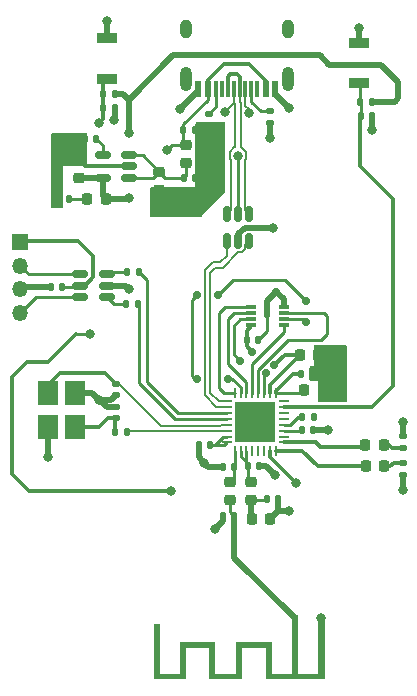
<source format=gbr>
%TF.GenerationSoftware,KiCad,Pcbnew,(6.0.7-1)-1*%
%TF.CreationDate,2023-05-14T20:29:57-05:00*%
%TF.ProjectId,ESP32-C3,45535033-322d-4433-932e-6b696361645f,1.0*%
%TF.SameCoordinates,Original*%
%TF.FileFunction,Copper,L1,Top*%
%TF.FilePolarity,Positive*%
%FSLAX46Y46*%
G04 Gerber Fmt 4.6, Leading zero omitted, Abs format (unit mm)*
G04 Created by KiCad (PCBNEW (6.0.7-1)-1) date 2023-05-14 20:29:57*
%MOMM*%
%LPD*%
G01*
G04 APERTURE LIST*
G04 Aperture macros list*
%AMRoundRect*
0 Rectangle with rounded corners*
0 $1 Rounding radius*
0 $2 $3 $4 $5 $6 $7 $8 $9 X,Y pos of 4 corners*
0 Add a 4 corners polygon primitive as box body*
4,1,4,$2,$3,$4,$5,$6,$7,$8,$9,$2,$3,0*
0 Add four circle primitives for the rounded corners*
1,1,$1+$1,$2,$3*
1,1,$1+$1,$4,$5*
1,1,$1+$1,$6,$7*
1,1,$1+$1,$8,$9*
0 Add four rect primitives between the rounded corners*
20,1,$1+$1,$2,$3,$4,$5,0*
20,1,$1+$1,$4,$5,$6,$7,0*
20,1,$1+$1,$6,$7,$8,$9,0*
20,1,$1+$1,$8,$9,$2,$3,0*%
G04 Aperture macros list end*
%TA.AperFunction,SMDPad,CuDef*%
%ADD10R,0.630000X0.500000*%
%TD*%
%TA.AperFunction,ConnectorPad*%
%ADD11R,0.500000X0.500000*%
%TD*%
%TA.AperFunction,SMDPad,CuDef*%
%ADD12RoundRect,0.140000X0.140000X0.170000X-0.140000X0.170000X-0.140000X-0.170000X0.140000X-0.170000X0*%
%TD*%
%TA.AperFunction,SMDPad,CuDef*%
%ADD13RoundRect,0.135000X0.135000X0.185000X-0.135000X0.185000X-0.135000X-0.185000X0.135000X-0.185000X0*%
%TD*%
%TA.AperFunction,SMDPad,CuDef*%
%ADD14RoundRect,0.135000X-0.135000X-0.185000X0.135000X-0.185000X0.135000X0.185000X-0.135000X0.185000X0*%
%TD*%
%TA.AperFunction,SMDPad,CuDef*%
%ADD15RoundRect,0.225000X0.225000X0.250000X-0.225000X0.250000X-0.225000X-0.250000X0.225000X-0.250000X0*%
%TD*%
%TA.AperFunction,SMDPad,CuDef*%
%ADD16RoundRect,0.135000X0.185000X-0.135000X0.185000X0.135000X-0.185000X0.135000X-0.185000X-0.135000X0*%
%TD*%
%TA.AperFunction,SMDPad,CuDef*%
%ADD17RoundRect,0.140000X-0.140000X-0.170000X0.140000X-0.170000X0.140000X0.170000X-0.140000X0.170000X0*%
%TD*%
%TA.AperFunction,SMDPad,CuDef*%
%ADD18RoundRect,0.225000X0.250000X-0.225000X0.250000X0.225000X-0.250000X0.225000X-0.250000X-0.225000X0*%
%TD*%
%TA.AperFunction,SMDPad,CuDef*%
%ADD19R,0.900000X0.300000*%
%TD*%
%TA.AperFunction,SMDPad,CuDef*%
%ADD20R,0.250000X1.650000*%
%TD*%
%TA.AperFunction,SMDPad,CuDef*%
%ADD21RoundRect,0.150000X0.512500X0.150000X-0.512500X0.150000X-0.512500X-0.150000X0.512500X-0.150000X0*%
%TD*%
%TA.AperFunction,SMDPad,CuDef*%
%ADD22RoundRect,0.218750X0.256250X-0.218750X0.256250X0.218750X-0.256250X0.218750X-0.256250X-0.218750X0*%
%TD*%
%TA.AperFunction,SMDPad,CuDef*%
%ADD23RoundRect,0.218750X0.218750X0.256250X-0.218750X0.256250X-0.218750X-0.256250X0.218750X-0.256250X0*%
%TD*%
%TA.AperFunction,ComponentPad*%
%ADD24R,1.350000X1.350000*%
%TD*%
%TA.AperFunction,ComponentPad*%
%ADD25O,1.350000X1.350000*%
%TD*%
%TA.AperFunction,SMDPad,CuDef*%
%ADD26RoundRect,0.135000X-0.185000X0.135000X-0.185000X-0.135000X0.185000X-0.135000X0.185000X0.135000X0*%
%TD*%
%TA.AperFunction,SMDPad,CuDef*%
%ADD27R,0.600000X1.450000*%
%TD*%
%TA.AperFunction,SMDPad,CuDef*%
%ADD28R,0.300000X1.450000*%
%TD*%
%TA.AperFunction,ComponentPad*%
%ADD29O,1.000000X2.100000*%
%TD*%
%TA.AperFunction,ComponentPad*%
%ADD30O,1.000000X1.600000*%
%TD*%
%TA.AperFunction,SMDPad,CuDef*%
%ADD31R,1.700000X0.900000*%
%TD*%
%TA.AperFunction,SMDPad,CuDef*%
%ADD32RoundRect,0.218750X-0.256250X0.218750X-0.256250X-0.218750X0.256250X-0.218750X0.256250X0.218750X0*%
%TD*%
%TA.AperFunction,SMDPad,CuDef*%
%ADD33RoundRect,0.062500X0.062500X-0.375000X0.062500X0.375000X-0.062500X0.375000X-0.062500X-0.375000X0*%
%TD*%
%TA.AperFunction,SMDPad,CuDef*%
%ADD34RoundRect,0.062500X0.375000X-0.062500X0.375000X0.062500X-0.375000X0.062500X-0.375000X-0.062500X0*%
%TD*%
%TA.AperFunction,SMDPad,CuDef*%
%ADD35R,3.450000X3.450000*%
%TD*%
%TA.AperFunction,SMDPad,CuDef*%
%ADD36RoundRect,0.218750X-0.218750X-0.256250X0.218750X-0.256250X0.218750X0.256250X-0.218750X0.256250X0*%
%TD*%
%TA.AperFunction,SMDPad,CuDef*%
%ADD37RoundRect,0.140000X0.170000X-0.140000X0.170000X0.140000X-0.170000X0.140000X-0.170000X-0.140000X0*%
%TD*%
%TA.AperFunction,SMDPad,CuDef*%
%ADD38RoundRect,0.140000X-0.170000X0.140000X-0.170000X-0.140000X0.170000X-0.140000X0.170000X0.140000X0*%
%TD*%
%TA.AperFunction,SMDPad,CuDef*%
%ADD39R,1.800000X2.100000*%
%TD*%
%TA.AperFunction,SMDPad,CuDef*%
%ADD40RoundRect,0.225000X-0.225000X-0.250000X0.225000X-0.250000X0.225000X0.250000X-0.225000X0.250000X0*%
%TD*%
%TA.AperFunction,SMDPad,CuDef*%
%ADD41RoundRect,0.225000X-0.250000X0.225000X-0.250000X-0.225000X0.250000X-0.225000X0.250000X0.225000X0*%
%TD*%
%TA.AperFunction,SMDPad,CuDef*%
%ADD42RoundRect,0.150000X0.150000X-0.512500X0.150000X0.512500X-0.150000X0.512500X-0.150000X-0.512500X0*%
%TD*%
%TA.AperFunction,ViaPad*%
%ADD43C,0.800000*%
%TD*%
%TA.AperFunction,ViaPad*%
%ADD44C,0.700000*%
%TD*%
%TA.AperFunction,Conductor*%
%ADD45C,0.500000*%
%TD*%
%TA.AperFunction,Conductor*%
%ADD46C,0.200000*%
%TD*%
%TA.AperFunction,Conductor*%
%ADD47C,0.250000*%
%TD*%
%TA.AperFunction,Conductor*%
%ADD48C,0.300000*%
%TD*%
G04 APERTURE END LIST*
%TO.C,ANT1*%
G36*
X151104735Y-118641922D02*
G01*
X151104735Y-115941922D01*
X149104735Y-115941922D01*
X149104735Y-118641922D01*
X146304735Y-118641922D01*
X146304735Y-115941922D01*
X144304735Y-115941922D01*
X144304735Y-118641922D01*
X141604735Y-118641922D01*
X141604735Y-113971922D01*
X142104735Y-113971922D01*
X142104735Y-118141922D01*
X143804735Y-118141922D01*
X143804735Y-115441922D01*
X146804735Y-115441922D01*
X146804735Y-118141922D01*
X148604735Y-118141922D01*
X148604735Y-115441922D01*
X151604735Y-115441922D01*
X151604735Y-118141922D01*
X153304735Y-118141922D01*
X153304735Y-113231922D01*
X153804735Y-113231922D01*
X153804735Y-118141922D01*
X155474735Y-118141922D01*
X155474735Y-113500080D01*
X155506513Y-113500080D01*
X155514953Y-113548339D01*
X155531847Y-113580565D01*
X155567107Y-113613235D01*
X155612417Y-113633330D01*
X155662002Y-113639904D01*
X155710088Y-113632014D01*
X155742980Y-113615108D01*
X155777920Y-113578338D01*
X155797582Y-113533544D01*
X155802318Y-113485137D01*
X155792477Y-113437527D01*
X155768409Y-113395125D01*
X155730466Y-113362341D01*
X155722554Y-113357987D01*
X155679891Y-113345879D01*
X155631372Y-113346622D01*
X155585857Y-113359522D01*
X155567246Y-113370135D01*
X155533603Y-113405369D01*
X155513044Y-113450554D01*
X155506513Y-113500080D01*
X155474735Y-113500080D01*
X155474735Y-113231922D01*
X156104735Y-113231922D01*
X156104735Y-118641922D01*
X151104735Y-118641922D01*
G37*
%TD*%
D10*
%TO.P,ANT1,2,GND*%
%TO.N,GND*%
X155789735Y-113481922D03*
D11*
%TO.P,ANT1,1,Feed*%
%TO.N,/ANT1*%
X153554735Y-113481922D03*
%TD*%
D12*
%TO.P,C7,1*%
%TO.N,GND*%
X138286400Y-70233200D03*
%TO.P,C7,2*%
%TO.N,/CHIP_EN*%
X137326400Y-70233200D03*
%TD*%
D13*
%TO.P,R5,1*%
%TO.N,/UART0_RX*%
X140377600Y-84142800D03*
%TO.P,R5,2*%
X139357600Y-84142800D03*
%TD*%
D14*
%TO.P,R3,1*%
%TO.N,/CHIP_EN*%
X137296400Y-69064800D03*
%TO.P,R3,2*%
%TO.N,+3.3V*%
X138316400Y-69064800D03*
%TD*%
D15*
%TO.P,C14,1*%
%TO.N,GND*%
X155548600Y-91162800D03*
%TO.P,C14,2*%
%TO.N,/VDD_SPI*%
X153998600Y-91162800D03*
%TD*%
D16*
%TO.P,R7,1*%
%TO.N,Net-(D2-Pad1)*%
X162698400Y-99087600D03*
%TO.P,R7,2*%
%TO.N,GND*%
X162698400Y-98067600D03*
%TD*%
D17*
%TO.P,C9,1*%
%TO.N,+3.3VA*%
X149587600Y-100592800D03*
%TO.P,C9,2*%
%TO.N,GND*%
X150547600Y-100592800D03*
%TD*%
D18*
%TO.P,C15,1*%
%TO.N,+3.3V*%
X135235600Y-76189800D03*
%TO.P,C15,2*%
%TO.N,GND*%
X135235600Y-74639800D03*
%TD*%
D16*
%TO.P,R10,1*%
%TO.N,GND*%
X146239200Y-71759200D03*
%TO.P,R10,2*%
%TO.N,/CC2*%
X146239200Y-70739200D03*
%TD*%
D19*
%TO.P,IC1,1,~{CS}*%
%TO.N,SPI_NCS*%
X152617600Y-88610800D03*
%TO.P,IC1,2,DO(IO1)*%
%TO.N,SPI_DI*%
X152617600Y-88110800D03*
%TO.P,IC1,3,IO2*%
%TO.N,SPI_NWP*%
X152617600Y-87610800D03*
%TO.P,IC1,4,GND*%
%TO.N,GND*%
X152617600Y-87110800D03*
%TO.P,IC1,5,DI(IO0)*%
%TO.N,SPI_DO*%
X149817600Y-87110800D03*
%TO.P,IC1,6,CLK*%
%TO.N,SPI_CLK*%
X149817600Y-87610800D03*
%TO.P,IC1,7,IO3*%
%TO.N,SPI_NHLD*%
X149817600Y-88110800D03*
%TO.P,IC1,8,VCC*%
%TO.N,/VDD_SPI*%
X149817600Y-88610800D03*
D20*
%TO.P,IC1,9,EP*%
%TO.N,GND*%
X151217600Y-87860800D03*
%TD*%
D13*
%TO.P,R1,1*%
%TO.N,/FSPI_CLK_OUT*%
X155160873Y-96428091D03*
%TO.P,R1,2*%
%TO.N,/FSPI_CLK*%
X154140873Y-96428091D03*
%TD*%
D21*
%TO.P,U4,1,IN*%
%TO.N,/VBUS FILT*%
X139542600Y-76162800D03*
%TO.P,U4,2,GND*%
%TO.N,GND*%
X139542600Y-75212800D03*
%TO.P,U4,3,EN*%
%TO.N,/VBUS FILT*%
X139542600Y-74262800D03*
%TO.P,U4,4,BP*%
%TO.N,Net-(C16-Pad1)*%
X137267600Y-74262800D03*
%TO.P,U4,5,OUT*%
%TO.N,+3.3V*%
X137267600Y-76162800D03*
%TD*%
D22*
%TO.P,L3,1,1*%
%TO.N,/VBUS FILT*%
X144359600Y-74932300D03*
%TO.P,L3,2,2*%
%TO.N,/VBUS*%
X144359600Y-73357300D03*
%TD*%
D12*
%TO.P,C5,1*%
%TO.N,+3.3VA*%
X146363600Y-98782800D03*
%TO.P,C5,2*%
%TO.N,GND*%
X145403600Y-98782800D03*
%TD*%
D23*
%TO.P,A,1,K*%
%TO.N,Net-(D1-Pad1)*%
X161123600Y-100611600D03*
%TO.P,A,2,A*%
%TO.N,/LED A*%
X159548600Y-100611600D03*
%TD*%
D17*
%TO.P,C19,1*%
%TO.N,/VBUS FILT*%
X144133600Y-76176800D03*
%TO.P,C19,2*%
%TO.N,GND*%
X145093600Y-76176800D03*
%TD*%
D24*
%TO.P,J1,1,Pin_1*%
%TO.N,/VBUS_FILTER*%
X130288000Y-81612400D03*
D25*
%TO.P,J1,2,Pin_2*%
%TO.N,Net-(J1-Pad2)*%
X130288000Y-83612400D03*
%TO.P,J1,3,Pin_3*%
%TO.N,GND*%
X130288000Y-85612400D03*
%TO.P,J1,4,Pin_4*%
%TO.N,Net-(J1-Pad4)*%
X130288000Y-87612400D03*
%TD*%
D26*
%TO.P,R6,1*%
%TO.N,Net-(D1-Pad1)*%
X162698400Y-100304800D03*
%TO.P,R6,2*%
%TO.N,GND*%
X162698400Y-101324800D03*
%TD*%
D27*
%TO.P,J2,A1,GND*%
%TO.N,GND*%
X151867600Y-68687800D03*
%TO.P,J2,A4,VBUS*%
%TO.N,/VBUS*%
X151067600Y-68687800D03*
D28*
%TO.P,J2,A5,CC1*%
%TO.N,/CC1*%
X149867600Y-68687800D03*
%TO.P,J2,A6,D+*%
%TO.N,/D+*%
X148867600Y-68687800D03*
%TO.P,J2,A7,D-*%
%TO.N,/D-*%
X148367600Y-68687800D03*
%TO.P,J2,A8,SBU1*%
%TO.N,unconnected-(J2-PadA8)*%
X147367600Y-68687800D03*
D27*
%TO.P,J2,A9,VBUS*%
%TO.N,/VBUS*%
X146167600Y-68687800D03*
%TO.P,J2,A12,GND*%
%TO.N,GND*%
X145367600Y-68687800D03*
%TO.P,J2,B1,GND*%
X145367600Y-68687800D03*
%TO.P,J2,B4,VBUS*%
%TO.N,/VBUS*%
X146167600Y-68687800D03*
D28*
%TO.P,J2,B5,CC2*%
%TO.N,/CC2*%
X146867600Y-68687800D03*
%TO.P,J2,B6,D+*%
%TO.N,/D+*%
X147867600Y-68687800D03*
%TO.P,J2,B7,D-*%
%TO.N,/D-*%
X149367600Y-68687800D03*
%TO.P,J2,B8,SBU2*%
%TO.N,unconnected-(J2-PadB8)*%
X150367600Y-68687800D03*
D27*
%TO.P,J2,B9,VBUS*%
%TO.N,/VBUS*%
X151067600Y-68687800D03*
%TO.P,J2,B12,GND*%
%TO.N,GND*%
X151867600Y-68687800D03*
D29*
%TO.P,J2,S1,SHIELD*%
%TO.N,unconnected-(J2-PadS1)*%
X144297600Y-67772800D03*
D30*
X144297600Y-63592800D03*
X152937600Y-63592800D03*
D29*
X152937600Y-67772800D03*
%TD*%
D12*
%TO.P,C16,1*%
%TO.N,Net-(C16-Pad1)*%
X136739600Y-72874800D03*
%TO.P,C16,2*%
%TO.N,GND*%
X135779600Y-72874800D03*
%TD*%
D17*
%TO.P,C17,1*%
%TO.N,/VDD_SPI*%
X149467600Y-89892800D03*
%TO.P,C17,2*%
%TO.N,GND*%
X150427600Y-89892800D03*
%TD*%
D21*
%TO.P,U1,1,I/O1*%
%TO.N,/UART0_TX*%
X137651100Y-86245400D03*
%TO.P,U1,2,GND*%
%TO.N,GND*%
X137651100Y-85295400D03*
%TO.P,U1,3,I/O2*%
%TO.N,/UART0_RX*%
X137651100Y-84345400D03*
%TO.P,U1,4,I/O2*%
%TO.N,Net-(J1-Pad2)*%
X135376100Y-84345400D03*
%TO.P,U1,5,VBUS*%
%TO.N,/VBUS_FILTER*%
X135376100Y-85295400D03*
%TO.P,U1,6,I/O1*%
%TO.N,Net-(J1-Pad4)*%
X135376100Y-86245400D03*
%TD*%
D31*
%TO.P,SW2,1,1*%
%TO.N,/BOOT*%
X158990000Y-68174000D03*
%TO.P,SW2,2,2*%
%TO.N,GND*%
X158990000Y-64774000D03*
%TD*%
D32*
%TO.P,L1,1,1*%
%TO.N,+3.3VA*%
X149867600Y-101892800D03*
%TO.P,L1,2,2*%
%TO.N,+3.3V*%
X149867600Y-103467800D03*
%TD*%
D33*
%TO.P,U2,1,LNA_IN*%
%TO.N,LNA_IN*%
X148449000Y-99264500D03*
%TO.P,U2,2,VDD3P3*%
%TO.N,+3.3VA*%
X148949000Y-99264500D03*
%TO.P,U2,3,VDD3P3*%
X149449000Y-99264500D03*
%TO.P,U2,4,XTAL_32K_P/ADC1_CH0*%
%TO.N,unconnected-(U2-Pad4)*%
X149949000Y-99264500D03*
%TO.P,U2,5,XTAL_32K_N/ADC1_CH1*%
%TO.N,unconnected-(U2-Pad5)*%
X150449000Y-99264500D03*
%TO.P,U2,6,GPIO2/ADC1_CH2*%
%TO.N,unconnected-(U2-Pad6)*%
X150949000Y-99264500D03*
%TO.P,U2,7,CHIP_EN*%
%TO.N,/CHIP_EN*%
X151449000Y-99264500D03*
%TO.P,U2,8,GPIO3/ADC1_CH3*%
%TO.N,/LED A*%
X151949000Y-99264500D03*
D34*
%TO.P,U2,9,MTMS/GPIO4/ADC1_CH4*%
%TO.N,/LED B*%
X152636500Y-98577000D03*
%TO.P,U2,10,MTDI/GPIO5/ADC2_CH0*%
%TO.N,/INT_ACC*%
X152636500Y-98077000D03*
%TO.P,U2,11,VDD3P3_RTC*%
%TO.N,+3.3VA*%
X152636500Y-97577000D03*
%TO.P,U2,12,MTCK/GPIO6*%
%TO.N,/FSPI_CLK*%
X152636500Y-97077000D03*
%TO.P,U2,13,MTDO/GPIO7*%
%TO.N,/FSPI_D*%
X152636500Y-96577000D03*
%TO.P,U2,14,GPIO8*%
%TO.N,unconnected-(U2-Pad14)*%
X152636500Y-96077000D03*
%TO.P,U2,15,GPIO9/BOOT*%
%TO.N,/BOOT*%
X152636500Y-95577000D03*
%TO.P,U2,16,GPIO10*%
%TO.N,unconnected-(U2-Pad16)*%
X152636500Y-95077000D03*
D33*
%TO.P,U2,17,VDD3P3_CPU*%
%TO.N,+3.3VA*%
X151949000Y-94389500D03*
%TO.P,U2,18,VDD_SPI/GPIO11*%
%TO.N,/VDD_SPI*%
X151449000Y-94389500D03*
%TO.P,U2,19,SPIHD/GPIO12*%
%TO.N,SPI_NHLD*%
X150949000Y-94389500D03*
%TO.P,U2,20,SPIWP/GPIO13*%
%TO.N,SPI_NWP*%
X150449000Y-94389500D03*
%TO.P,U2,21,SPICS0/GPIO14*%
%TO.N,SPI_NCS*%
X149949000Y-94389500D03*
%TO.P,U2,22,SPICLK/GPIO15*%
%TO.N,SPI_CLK*%
X149449000Y-94389500D03*
%TO.P,U2,23,SPID/GPIO16*%
%TO.N,SPI_DI*%
X148949000Y-94389500D03*
%TO.P,U2,24,SPIQ/GPIO17*%
%TO.N,SPI_DO*%
X148449000Y-94389500D03*
D34*
%TO.P,U2,25,GPIO18/USB_D-*%
%TO.N,/USB_D-*%
X147761500Y-95077000D03*
%TO.P,U2,26,GPIO19/USB_D+*%
%TO.N,/USB_D+*%
X147761500Y-95577000D03*
%TO.P,U2,27,U0RXD/GPIO20*%
%TO.N,/UART0_RX*%
X147761500Y-96077000D03*
%TO.P,U2,28,U0TXD/GPIO21*%
%TO.N,/UART0_TX*%
X147761500Y-96577000D03*
%TO.P,U2,29,XTAL_N*%
%TO.N,/XTAL_N*%
X147761500Y-97077000D03*
%TO.P,U2,30,XTAL_P*%
%TO.N,/XTAL_P*%
X147761500Y-97577000D03*
%TO.P,U2,31,VDDA*%
%TO.N,+3.3VA*%
X147761500Y-98077000D03*
%TO.P,U2,32,VDDA*%
X147761500Y-98577000D03*
D35*
%TO.P,U2,33,GND*%
%TO.N,GND*%
X150199000Y-96827000D03*
%TD*%
D17*
%TO.P,C21,1*%
%TO.N,/BOOT*%
X159119600Y-70944400D03*
%TO.P,C21,2*%
%TO.N,GND*%
X160079600Y-70944400D03*
%TD*%
D14*
%TO.P,R2,1*%
%TO.N,/XTAL_OUT*%
X138312400Y-97665200D03*
%TO.P,R2,2*%
%TO.N,/XTAL_P*%
X139332400Y-97665200D03*
%TD*%
D17*
%TO.P,C10,1*%
%TO.N,+3.3V*%
X151187600Y-103354800D03*
%TO.P,C10,2*%
%TO.N,GND*%
X152147600Y-103354800D03*
%TD*%
D16*
%TO.P,R11,2*%
%TO.N,/CC1*%
X151420800Y-70536000D03*
%TO.P,R11,1*%
%TO.N,GND*%
X151420800Y-71556000D03*
%TD*%
D32*
%TO.P,L2,1,1*%
%TO.N,LNA_IN*%
X148065400Y-101907000D03*
%TO.P,L2,2,2*%
%TO.N,/ANT1*%
X148065400Y-103482000D03*
%TD*%
D31*
%TO.P,SW1,1,1*%
%TO.N,GND*%
X137654000Y-64367600D03*
%TO.P,SW1,2,2*%
%TO.N,/CHIP_EN*%
X137654000Y-67767600D03*
%TD*%
D36*
%TO.P,D3,1,K*%
%TO.N,Net-(D3-Pad1)*%
X135952100Y-77954800D03*
%TO.P,D3,2,A*%
%TO.N,+3.3V*%
X137527100Y-77954800D03*
%TD*%
D14*
%TO.P,R4,1*%
%TO.N,/UART0_TX*%
X139277600Y-86844800D03*
%TO.P,R4,2*%
X140297600Y-86844800D03*
%TD*%
%TO.P,R8,1*%
%TO.N,/BOOT*%
X159087600Y-69725200D03*
%TO.P,R8,2*%
%TO.N,+3.3V*%
X160107600Y-69725200D03*
%TD*%
D37*
%TO.P,C6,1*%
%TO.N,GND*%
X138367600Y-94563800D03*
%TO.P,C6,2*%
%TO.N,/XTAL_N*%
X138367600Y-93603800D03*
%TD*%
D38*
%TO.P,C4,1*%
%TO.N,GND*%
X138365200Y-95585000D03*
%TO.P,C4,2*%
%TO.N,/XTAL_OUT*%
X138365200Y-96545000D03*
%TD*%
D12*
%TO.P,C13,1*%
%TO.N,/ANT1*%
X148395600Y-104828000D03*
%TO.P,C13,2*%
%TO.N,GND*%
X147435600Y-104828000D03*
%TD*%
%TO.P,C11,1*%
%TO.N,LNA_IN*%
X148393000Y-100637000D03*
%TO.P,C11,2*%
%TO.N,GND*%
X147433000Y-100637000D03*
%TD*%
D17*
%TO.P,C2,1*%
%TO.N,+3.3VA*%
X154137600Y-97563600D03*
%TO.P,C2,2*%
%TO.N,GND*%
X155097600Y-97563600D03*
%TD*%
D12*
%TO.P,C8,1*%
%TO.N,/VBUS_FILTER*%
X133847600Y-85392800D03*
%TO.P,C8,2*%
%TO.N,GND*%
X132887600Y-85392800D03*
%TD*%
D17*
%TO.P,C20,1*%
%TO.N,/VBUS*%
X144105600Y-72112800D03*
%TO.P,C20,2*%
%TO.N,GND*%
X145065600Y-72112800D03*
%TD*%
D23*
%TO.P,B,1,K*%
%TO.N,Net-(D2-Pad1)*%
X161098300Y-98833600D03*
%TO.P,B,2,A*%
%TO.N,/LED B*%
X159523300Y-98833600D03*
%TD*%
D39*
%TO.P,Crystal1,1,1*%
%TO.N,/XTAL_OUT*%
X134975600Y-97292800D03*
%TO.P,Crystal1,2,2*%
%TO.N,GND*%
X134975600Y-94392800D03*
%TO.P,Crystal1,3,3*%
%TO.N,/XTAL_N*%
X132675600Y-94392800D03*
%TO.P,Crystal1,4,4*%
%TO.N,GND*%
X132675600Y-97292800D03*
%TD*%
D40*
%TO.P,C1,2*%
%TO.N,GND*%
X155892600Y-94142800D03*
%TO.P,C1,1*%
%TO.N,+3.3VA*%
X154342600Y-94142800D03*
%TD*%
D41*
%TO.P,C18,1*%
%TO.N,/VBUS FILT*%
X142073600Y-75655800D03*
%TO.P,C18,2*%
%TO.N,GND*%
X142073600Y-77205800D03*
%TD*%
D40*
%TO.P,C12,1*%
%TO.N,+3.3V*%
X149892600Y-105092800D03*
%TO.P,C12,2*%
%TO.N,GND*%
X151442600Y-105092800D03*
%TD*%
D13*
%TO.P,R9,1*%
%TO.N,Net-(D3-Pad1)*%
X134453600Y-77954800D03*
%TO.P,R9,2*%
%TO.N,GND*%
X133433600Y-77954800D03*
%TD*%
D17*
%TO.P,C3,1*%
%TO.N,+3.3VA*%
X154039600Y-92788400D03*
%TO.P,C3,2*%
%TO.N,GND*%
X154999600Y-92788400D03*
%TD*%
D42*
%TO.P,U3,1,I/O1*%
%TO.N,/USB_D+*%
X147793600Y-81499800D03*
%TO.P,U3,2,GND*%
%TO.N,GND*%
X148743600Y-81499800D03*
%TO.P,U3,3,I/O2*%
%TO.N,/USB_D-*%
X149693600Y-81499800D03*
%TO.P,U3,4,I/O2*%
%TO.N,/D+*%
X149693600Y-79224800D03*
%TO.P,U3,5,VBUS*%
%TO.N,/VBUS*%
X148743600Y-79224800D03*
%TO.P,U3,6,I/O1*%
%TO.N,/D-*%
X147793600Y-79224800D03*
%TD*%
D43*
%TO.N,GND*%
X155789600Y-113464000D03*
X151725600Y-80444000D03*
X143800800Y-70385600D03*
%TO.N,/D-*%
X149668100Y-70690400D03*
X147610800Y-70588800D03*
%TO.N,/VBUS*%
X142683200Y-73840000D03*
X148728400Y-74297200D03*
%TO.N,/CHIP_EN*%
X143038800Y-102694400D03*
X136243600Y-89423600D03*
X136942800Y-71554000D03*
X153605200Y-101983200D03*
%TO.N,GND*%
X150201600Y-97766800D03*
X150201600Y-95887200D03*
X156316477Y-97536533D03*
X162698400Y-96852400D03*
X162698400Y-102643600D03*
X138263600Y-71300000D03*
X137654000Y-62918000D03*
%TO.N,+3.3V*%
X139482800Y-77904000D03*
X139482800Y-72417600D03*
%TO.N,GND*%
X160107600Y-72112800D03*
X158990000Y-63476800D03*
X157313600Y-91874000D03*
X157313600Y-90858000D03*
X157313600Y-93550400D03*
X157313600Y-94566400D03*
D44*
%TO.N,SPI_DI*%
X145263100Y-86082800D03*
X154519600Y-88368800D03*
X145263100Y-93194800D03*
X147915600Y-93194800D03*
X147012100Y-86082800D03*
X154519600Y-86590800D03*
%TO.N,SPI_NHLD*%
X151139494Y-92702794D03*
X148931600Y-91670800D03*
D43*
%TO.N,GND*%
X142073600Y-78970800D03*
X151878000Y-101322800D03*
X151420800Y-72773200D03*
X139533600Y-85574800D03*
X133437600Y-72874800D03*
X147001200Y-72773200D03*
X136993600Y-94972800D03*
X145883600Y-100306800D03*
D44*
X151979600Y-85828800D03*
D43*
X153036509Y-104402222D03*
X146789296Y-105887940D03*
X153046400Y-70284000D03*
X146442400Y-75821200D03*
X132675600Y-99798800D03*
X133437600Y-74652800D03*
X146442400Y-77345200D03*
X133437600Y-76430800D03*
D44*
%TO.N,/VDD_SPI*%
X151821544Y-92020744D03*
X149947600Y-90908800D03*
%TD*%
D45*
%TO.N,GND*%
X155789735Y-113464135D02*
X155789600Y-113464000D01*
X155789735Y-113481922D02*
X155789735Y-113464135D01*
%TO.N,/ANT1*%
X153554735Y-113481922D02*
X148395600Y-108322787D01*
X148395600Y-108322787D02*
X148395600Y-104828000D01*
%TO.N,GND*%
X151668900Y-80387300D02*
X151725600Y-80444000D01*
X148743600Y-80938772D02*
X149295072Y-80387300D01*
X149295072Y-80387300D02*
X151668900Y-80387300D01*
X148743600Y-81499800D02*
X148743600Y-80938772D01*
D46*
%TO.N,/USB_D-*%
X149693600Y-81499800D02*
X149343600Y-81849800D01*
X149079996Y-82462300D02*
X148731100Y-82462300D01*
X148731100Y-82462300D02*
X147425600Y-83767800D01*
X146798881Y-83767800D02*
X146362600Y-84204081D01*
X147425600Y-83767800D02*
X146798881Y-83767800D01*
X147092999Y-95101999D02*
X147736501Y-95101999D01*
X149343600Y-81849800D02*
X149343600Y-82198696D01*
X149343600Y-82198696D02*
X149079996Y-82462300D01*
X147736501Y-95101999D02*
X147761500Y-95077000D01*
X146362600Y-94371600D02*
X147092999Y-95101999D01*
X146362600Y-84204081D02*
X146362600Y-94371600D01*
%TO.N,/USB_D+*%
X145912600Y-94558000D02*
X146906601Y-95552001D01*
X146612481Y-83317800D02*
X145912600Y-84017681D01*
X147239203Y-83317800D02*
X146612481Y-83317800D01*
X147793600Y-81499800D02*
X147793600Y-82763403D01*
X145912600Y-84017681D02*
X145912600Y-94558000D01*
X146906601Y-95552001D02*
X147736501Y-95552001D01*
X147736501Y-95552001D02*
X147761500Y-95577000D01*
X147793600Y-82763403D02*
X147239203Y-83317800D01*
D45*
%TO.N,GND*%
X145367600Y-68818800D02*
X143800800Y-70385600D01*
X145367600Y-68687800D02*
X145367600Y-68818800D01*
D47*
%TO.N,+3.3VA*%
X146363600Y-98782800D02*
X146747200Y-98782800D01*
X147761500Y-98077000D02*
X147453000Y-98077000D01*
X146747200Y-98782800D02*
X147555700Y-98782800D01*
X147453000Y-98077000D02*
X146747200Y-98782800D01*
X149449000Y-99264500D02*
X149449000Y-100265400D01*
X149449000Y-100265400D02*
X149449000Y-100454200D01*
X148949000Y-99264500D02*
X148949000Y-99765400D01*
X148949000Y-99765400D02*
X149449000Y-100265400D01*
X147555700Y-98782800D02*
X147761500Y-98577000D01*
%TO.N,/CHIP_EN*%
X136243600Y-89423600D02*
X134994800Y-89423600D01*
D48*
%TO.N,/VBUS_FILTER*%
X130389600Y-81510800D02*
X130288000Y-81612400D01*
X135376100Y-85295400D02*
X135795707Y-85295400D01*
X135795707Y-85295400D02*
X136485600Y-84605507D01*
D47*
%TO.N,Net-(J1-Pad4)*%
X135376100Y-86245400D02*
X131655000Y-86245400D01*
D48*
%TO.N,/VBUS_FILTER*%
X136485600Y-84605507D02*
X136485600Y-82780800D01*
D47*
%TO.N,Net-(J1-Pad2)*%
X131021000Y-84345400D02*
X130288000Y-83612400D01*
D48*
%TO.N,/VBUS_FILTER*%
X136485600Y-82780800D02*
X135215600Y-81510800D01*
X135215600Y-81510800D02*
X130389600Y-81510800D01*
D47*
%TO.N,Net-(J1-Pad2)*%
X135376100Y-84345400D02*
X131021000Y-84345400D01*
D45*
%TO.N,GND*%
X132887600Y-85392800D02*
X130507600Y-85392800D01*
X130507600Y-85392800D02*
X130288000Y-85612400D01*
D47*
%TO.N,Net-(J1-Pad4)*%
X131655000Y-86245400D02*
X130288000Y-87612400D01*
%TO.N,GND*%
X150427600Y-89892800D02*
X151217600Y-89102800D01*
X151217600Y-89102800D02*
X151217600Y-87860800D01*
D46*
%TO.N,/D-*%
X149367600Y-68687800D02*
X149368600Y-68688800D01*
X149368600Y-70060600D02*
X149668100Y-70360100D01*
X149368600Y-68688800D02*
X149368600Y-70060600D01*
X149668100Y-70360100D02*
X149668100Y-70690400D01*
D47*
%TO.N,/CC1*%
X149867600Y-68687800D02*
X149867600Y-69712800D01*
X149867600Y-69712800D02*
X150690800Y-70536000D01*
X150690800Y-70536000D02*
X151420800Y-70536000D01*
D46*
%TO.N,/D-*%
X148367600Y-69832000D02*
X147610800Y-70588800D01*
X148367600Y-68687800D02*
X148367600Y-69832000D01*
D47*
%TO.N,/CC2*%
X146239200Y-70739200D02*
X146867600Y-70110800D01*
X146867600Y-70110800D02*
X146867600Y-68687800D01*
%TO.N,/VBUS*%
X146167600Y-68687800D02*
X146167600Y-69542800D01*
X146167600Y-69542800D02*
X144105600Y-71604800D01*
X144105600Y-71604800D02*
X144105600Y-72112800D01*
D46*
%TO.N,/D-*%
X148367600Y-68687800D02*
X148367600Y-69786302D01*
X148367600Y-69786302D02*
X148518600Y-69937302D01*
%TO.N,/D+*%
X148867600Y-68687800D02*
X148867600Y-69720617D01*
X148867600Y-69720617D02*
X148968600Y-69821617D01*
X148968600Y-69821617D02*
X148968600Y-73597200D01*
X149428400Y-74587150D02*
X149343600Y-74671950D01*
X148968600Y-73597200D02*
X149018350Y-73597200D01*
X149018350Y-73597200D02*
X149428400Y-74007250D01*
X149428400Y-74007250D02*
X149428400Y-74587150D01*
X149343600Y-74671950D02*
X149343600Y-78874800D01*
X149343600Y-78874800D02*
X149693600Y-79224800D01*
%TO.N,/D-*%
X148028400Y-74587150D02*
X148028400Y-74007250D01*
X147793600Y-79224800D02*
X148143600Y-78874800D01*
X148143600Y-74702350D02*
X148028400Y-74587150D01*
X148143600Y-78874800D02*
X148143600Y-74702350D01*
X148438450Y-73597200D02*
X148518600Y-73597200D01*
X148028400Y-74007250D02*
X148438450Y-73597200D01*
X148518600Y-73597200D02*
X148518600Y-69937302D01*
D47*
%TO.N,/VBUS*%
X148728400Y-74297200D02*
X148728400Y-79209600D01*
X148728400Y-79209600D02*
X148743600Y-79224800D01*
X144359600Y-73357300D02*
X143165900Y-73357300D01*
X143165900Y-73357300D02*
X142683200Y-73840000D01*
D45*
%TO.N,GND*%
X151867600Y-69105200D02*
X151867600Y-68687800D01*
X153046400Y-70284000D02*
X151867600Y-69105200D01*
X151420800Y-72773200D02*
X151420800Y-71556000D01*
D48*
%TO.N,/D+*%
X147867600Y-68687800D02*
X147867600Y-67612800D01*
X147867600Y-67612800D02*
X148092000Y-67388400D01*
X148092000Y-67388400D02*
X148643200Y-67388400D01*
X148867600Y-67612800D02*
X148867600Y-68687800D01*
X148643200Y-67388400D02*
X148867600Y-67612800D01*
%TO.N,/VBUS*%
X151067600Y-68687800D02*
X151067600Y-67949600D01*
X151067600Y-67949600D02*
X149693600Y-66575600D01*
X147509200Y-66575600D02*
X146167600Y-67917200D01*
X149693600Y-66575600D02*
X147509200Y-66575600D01*
X146167600Y-67917200D02*
X146167600Y-68687800D01*
%TO.N,/CHIP_EN*%
X134994800Y-89423600D02*
X132646000Y-91772400D01*
X132646000Y-91772400D02*
X130846800Y-91772400D01*
X130999200Y-102694400D02*
X143038800Y-102694400D01*
X130846800Y-91772400D02*
X129576800Y-93042400D01*
X129576800Y-93042400D02*
X129576800Y-101272000D01*
X129576800Y-101272000D02*
X130999200Y-102694400D01*
X137326400Y-70233200D02*
X137326400Y-71170400D01*
X137326400Y-71170400D02*
X136942800Y-71554000D01*
X151449000Y-99827000D02*
X153605200Y-101983200D01*
X151449000Y-99264500D02*
X151449000Y-99827000D01*
D45*
%TO.N,GND*%
X151878000Y-101322800D02*
X151148000Y-100592800D01*
X151148000Y-100592800D02*
X150547600Y-100592800D01*
D48*
%TO.N,/BOOT*%
X161834800Y-78005600D02*
X159040800Y-75211600D01*
X161834800Y-93804400D02*
X161834800Y-78005600D01*
X152636500Y-95577000D02*
X160062200Y-95577000D01*
X160062200Y-95577000D02*
X161834800Y-93804400D01*
X159040800Y-75211600D02*
X159040800Y-71023200D01*
X159040800Y-71023200D02*
X159119600Y-70944400D01*
D45*
%TO.N,GND*%
X150199000Y-97764200D02*
X150201600Y-97766800D01*
X150199000Y-96827000D02*
X150199000Y-97764200D01*
X150199000Y-95889800D02*
X150201600Y-95887200D01*
X150199000Y-96827000D02*
X150199000Y-95889800D01*
X156289410Y-97563600D02*
X156316477Y-97536533D01*
X155097600Y-97563600D02*
X156289410Y-97563600D01*
X162698400Y-101324800D02*
X162698400Y-102643600D01*
X162698400Y-98067600D02*
X162698400Y-96852400D01*
D48*
%TO.N,Net-(D2-Pad1)*%
X161530000Y-98833600D02*
X161784000Y-99087600D01*
X161098300Y-98833600D02*
X161530000Y-98833600D01*
X161784000Y-99087600D02*
X162698400Y-99087600D01*
%TO.N,Net-(D1-Pad1)*%
X161123600Y-100611600D02*
X161631600Y-100611600D01*
X161631600Y-100611600D02*
X161938400Y-100304800D01*
X161938400Y-100304800D02*
X162698400Y-100304800D01*
%TO.N,/LED B*%
X155329800Y-98577000D02*
X155688000Y-98935200D01*
X152636500Y-98577000D02*
X155329800Y-98577000D01*
X159421700Y-98935200D02*
X159523300Y-98833600D01*
X155688000Y-98935200D02*
X159421700Y-98935200D01*
%TO.N,/LED A*%
X151949000Y-99264500D02*
X154188500Y-99264500D01*
X155535600Y-100611600D02*
X159548600Y-100611600D01*
X154188500Y-99264500D02*
X155535600Y-100611600D01*
D45*
%TO.N,+3.3V*%
X139482800Y-69572800D02*
X143242000Y-65813600D01*
X156450000Y-66626400D02*
X160818800Y-66626400D01*
X143242000Y-65813600D02*
X155637200Y-65813600D01*
X162292000Y-68099600D02*
X162292000Y-69420400D01*
X162292000Y-69420400D02*
X161987200Y-69725200D01*
X155637200Y-65813600D02*
X156450000Y-66626400D01*
X160818800Y-66626400D02*
X162292000Y-68099600D01*
X161987200Y-69725200D02*
X160107600Y-69725200D01*
D48*
%TO.N,/CHIP_EN*%
X137296400Y-69064800D02*
X137296400Y-68125200D01*
X137296400Y-68125200D02*
X137654000Y-67767600D01*
X137326400Y-70233200D02*
X137326400Y-69094800D01*
X137326400Y-69094800D02*
X137296400Y-69064800D01*
D45*
%TO.N,GND*%
X138286400Y-71277200D02*
X138263600Y-71300000D01*
X138286400Y-70233200D02*
X138286400Y-71277200D01*
%TO.N,+3.3V*%
X139482800Y-72417600D02*
X139482800Y-69572800D01*
X139482800Y-69572800D02*
X138974800Y-69064800D01*
X138974800Y-69064800D02*
X138316400Y-69064800D01*
%TO.N,GND*%
X137654000Y-64367600D02*
X137654000Y-62918000D01*
%TO.N,+3.3V*%
X137527100Y-77954800D02*
X139432000Y-77954800D01*
X139432000Y-77954800D02*
X139482800Y-77904000D01*
%TO.N,GND*%
X160079600Y-72084800D02*
X160107600Y-72112800D01*
X160079600Y-70944400D02*
X160079600Y-72084800D01*
X158990000Y-64774000D02*
X158990000Y-63476800D01*
D48*
%TO.N,+3.3VA*%
X151949000Y-94389500D02*
X151949000Y-94241400D01*
X151949000Y-94241400D02*
X153402000Y-92788400D01*
X153402000Y-92788400D02*
X154039600Y-92788400D01*
D47*
%TO.N,/BOOT*%
X159087600Y-69725200D02*
X159087600Y-68271600D01*
X159087600Y-68271600D02*
X158990000Y-68174000D01*
X159119600Y-70944400D02*
X159119600Y-69757200D01*
X159119600Y-69757200D02*
X159087600Y-69725200D01*
%TO.N,+3.3VA*%
X149587600Y-101612800D02*
X149867600Y-101892800D01*
X149449000Y-100454200D02*
X149587600Y-100592800D01*
X152636500Y-97577000D02*
X154124200Y-97577000D01*
X154095900Y-94389500D02*
X154342600Y-94142800D01*
X154124200Y-97577000D02*
X154137600Y-97563600D01*
X151949000Y-94389500D02*
X154095900Y-94389500D01*
X149587600Y-100592800D02*
X149587600Y-101612800D01*
%TO.N,LNA_IN*%
X148393000Y-101579400D02*
X148065400Y-101907000D01*
X148393000Y-100637000D02*
X148393000Y-101579400D01*
X148449000Y-100581000D02*
X148393000Y-100637000D01*
X148449000Y-99264500D02*
X148449000Y-100581000D01*
%TO.N,/ANT1*%
X148065400Y-104497800D02*
X148395600Y-104828000D01*
X148065400Y-103482000D02*
X148065400Y-104497800D01*
%TO.N,Net-(C16-Pad1)*%
X137267600Y-73402800D02*
X136739600Y-72874800D01*
X137267600Y-74262800D02*
X137267600Y-73402800D01*
%TO.N,Net-(D3-Pad1)*%
X134453600Y-77954800D02*
X135952100Y-77954800D01*
%TO.N,SPI_NCS*%
X152617600Y-88610800D02*
X152617600Y-89254800D01*
X149949000Y-94389500D02*
X149949000Y-94463400D01*
X149949000Y-94463400D02*
X149947600Y-94464800D01*
X149949000Y-91923400D02*
X149949000Y-94389500D01*
X152617600Y-89254800D02*
X149949000Y-91923400D01*
%TO.N,SPI_DI*%
X148239808Y-93194800D02*
X147915600Y-93194800D01*
X144867600Y-86478300D02*
X145263100Y-86082800D01*
X154261600Y-88110800D02*
X154519600Y-88368800D01*
X145263100Y-93194800D02*
X145121600Y-93194800D01*
X148949000Y-93903992D02*
X148239808Y-93194800D01*
X152741600Y-84812800D02*
X154519600Y-86590800D01*
X144867600Y-92940800D02*
X144867600Y-86478300D01*
X145121600Y-93194800D02*
X144867600Y-92940800D01*
X152617600Y-88110800D02*
X154261600Y-88110800D01*
X148949000Y-94389500D02*
X148949000Y-93903992D01*
X147012100Y-86082800D02*
X148282100Y-84812800D01*
X148282100Y-84812800D02*
X152741600Y-84812800D01*
%TO.N,SPI_NWP*%
X152995600Y-89892800D02*
X155789600Y-89892800D01*
X156297600Y-87860800D02*
X156047600Y-87610800D01*
X150449000Y-94389500D02*
X150449000Y-92439400D01*
X150449000Y-92439400D02*
X152995600Y-89892800D01*
X155789600Y-89892800D02*
X156297600Y-89384800D01*
X156297600Y-89384800D02*
X156297600Y-87860800D01*
X156047600Y-87610800D02*
X152617600Y-87610800D01*
%TO.N,SPI_DO*%
X147153600Y-93956800D02*
X147153600Y-87606800D01*
X147153600Y-87606800D02*
X147649600Y-87110800D01*
X148449000Y-94389500D02*
X147586300Y-94389500D01*
X147586300Y-94389500D02*
X147153600Y-93956800D01*
X147649600Y-87110800D02*
X149817600Y-87110800D01*
%TO.N,SPI_CLK*%
X148419600Y-87610800D02*
X149817600Y-87610800D01*
X149449000Y-93458200D02*
X147915600Y-91924800D01*
X147915600Y-91924800D02*
X147915600Y-88114800D01*
X149449000Y-94389500D02*
X149449000Y-93458200D01*
X147915600Y-88114800D02*
X148419600Y-87610800D01*
%TO.N,SPI_NHLD*%
X148935600Y-88110800D02*
X149817600Y-88110800D01*
X150949000Y-94450200D02*
X150963600Y-94464800D01*
X150949000Y-92893288D02*
X150949000Y-94389500D01*
X151139494Y-92702794D02*
X150949000Y-92893288D01*
X148931600Y-91670800D02*
X148365600Y-91104800D01*
X148365600Y-88680800D02*
X148935600Y-88110800D01*
X150949000Y-94389500D02*
X150949000Y-94450200D01*
X148365600Y-91104800D02*
X148365600Y-88680800D01*
%TO.N,/FSPI_CLK*%
X153826309Y-96428091D02*
X154140873Y-96428091D01*
X153177400Y-97077000D02*
X153826309Y-96428091D01*
X152636500Y-97077000D02*
X153177400Y-97077000D01*
%TO.N,/UART0_TX*%
X138250500Y-86844800D02*
X137651100Y-86245400D01*
X143423800Y-96577000D02*
X140377600Y-93530800D01*
X140377600Y-93530800D02*
X140377600Y-86924800D01*
X147761500Y-96577000D02*
X143423800Y-96577000D01*
X140377600Y-86924800D02*
X140297600Y-86844800D01*
X139277600Y-86844800D02*
X138250500Y-86844800D01*
%TO.N,/UART0_RX*%
X141057600Y-84822800D02*
X140377600Y-84142800D01*
X141057600Y-93448800D02*
X141057600Y-84822800D01*
X137853700Y-84142800D02*
X137651100Y-84345400D01*
X147761500Y-96077000D02*
X143685800Y-96077000D01*
X143685800Y-96077000D02*
X141057600Y-93448800D01*
X139357600Y-84142800D02*
X137853700Y-84142800D01*
%TO.N,+3.3V*%
X149867600Y-103467800D02*
X150962600Y-103467800D01*
D45*
X137267600Y-76162800D02*
X137267600Y-77695300D01*
X149867600Y-105067800D02*
X149892600Y-105092800D01*
X149867600Y-103467800D02*
X149867600Y-105067800D01*
X135262600Y-76162800D02*
X135235600Y-76189800D01*
X137267600Y-77695300D02*
X137527100Y-77954800D01*
X137267600Y-76162800D02*
X135262600Y-76162800D01*
D48*
%TO.N,GND*%
X135808600Y-75212800D02*
X135235600Y-74639800D01*
D45*
X139254200Y-85295400D02*
X139533600Y-85574800D01*
X136413600Y-94392800D02*
X136993600Y-94972800D01*
X152617600Y-86466800D02*
X152617600Y-87010800D01*
X151979600Y-85828800D02*
X152617600Y-86466800D01*
X146213800Y-100637000D02*
X147433000Y-100637000D01*
X137605800Y-95585000D02*
X136993600Y-94972800D01*
X151217600Y-86590800D02*
X151979600Y-85828800D01*
X153022087Y-104387800D02*
X153036509Y-104402222D01*
X136993600Y-94972800D02*
X137958600Y-94972800D01*
X152147600Y-104387800D02*
X151442600Y-105092800D01*
X137958600Y-94972800D02*
X138367600Y-94563800D01*
X147435600Y-105241636D02*
X146789296Y-105887940D01*
X145403600Y-99826800D02*
X146213800Y-100637000D01*
X132675600Y-97292800D02*
X132675600Y-99798800D01*
X134975600Y-94392800D02*
X136413600Y-94392800D01*
X138365200Y-95585000D02*
X137605800Y-95585000D01*
D48*
X139542600Y-75212800D02*
X135808600Y-75212800D01*
D45*
X151217600Y-87860800D02*
X151217600Y-86590800D01*
X137651100Y-85295400D02*
X139254200Y-85295400D01*
X145403600Y-98782800D02*
X145403600Y-99826800D01*
X152147600Y-104387800D02*
X153022087Y-104387800D01*
X147435600Y-104828000D02*
X147435600Y-105241636D01*
X152147600Y-103354800D02*
X152147600Y-104387800D01*
D47*
%TO.N,/VBUS_FILTER*%
X133847600Y-85392800D02*
X135278700Y-85392800D01*
X135278700Y-85392800D02*
X135376100Y-85295400D01*
D48*
%TO.N,/XTAL_N*%
X137450600Y-92686800D02*
X133691600Y-92686800D01*
D46*
X138672600Y-93603800D02*
X138367600Y-93603800D01*
X147211348Y-97177000D02*
X142245800Y-97177000D01*
X147761500Y-97077000D02*
X147311348Y-97077000D01*
D48*
X132675600Y-93702800D02*
X132675600Y-94392800D01*
X138367600Y-93603800D02*
X137450600Y-92686800D01*
D46*
X142245800Y-97177000D02*
X138672600Y-93603800D01*
X147311348Y-97077000D02*
X147211348Y-97177000D01*
D48*
X133691600Y-92686800D02*
X132675600Y-93702800D01*
D46*
%TO.N,/XTAL_P*%
X139420600Y-97577000D02*
X139332400Y-97665200D01*
X147761500Y-97577000D02*
X139420600Y-97577000D01*
D48*
%TO.N,/XTAL_OUT*%
X138365200Y-96545000D02*
X138317000Y-96496800D01*
X136959600Y-97292800D02*
X134975600Y-97292800D01*
D47*
X138374400Y-96500800D02*
X138365200Y-96491600D01*
D48*
X138312400Y-96597800D02*
X138365200Y-96545000D01*
X137755600Y-96496800D02*
X136959600Y-97292800D01*
X138312400Y-97665200D02*
X138312400Y-96597800D01*
X138317000Y-96496800D02*
X137755600Y-96496800D01*
%TO.N,/VDD_SPI*%
X149467600Y-90428800D02*
X149467600Y-89892800D01*
X152679488Y-91162800D02*
X151821544Y-92020744D01*
X149817600Y-88752800D02*
X149817600Y-88610800D01*
X151449000Y-94389500D02*
X151449000Y-93712400D01*
X149467600Y-89102800D02*
X149817600Y-88752800D01*
X149467600Y-89892800D02*
X149467600Y-89102800D01*
X149947600Y-90908800D02*
X149467600Y-90428800D01*
X151449000Y-93712400D02*
X153998600Y-91162800D01*
X153998600Y-91162800D02*
X152679488Y-91162800D01*
D47*
%TO.N,/VBUS FILT*%
X142073600Y-75655800D02*
X141566600Y-76162800D01*
X142073600Y-75655800D02*
X140680600Y-74262800D01*
X144133600Y-76176800D02*
X142594600Y-76176800D01*
X142594600Y-76176800D02*
X142073600Y-75655800D01*
X139665600Y-74385800D02*
X139542600Y-74262800D01*
X140680600Y-74262800D02*
X139542600Y-74262800D01*
X144359600Y-75950800D02*
X144133600Y-76176800D01*
X141566600Y-76162800D02*
X139542600Y-76162800D01*
X144359600Y-74932300D02*
X144359600Y-75950800D01*
%TO.N,/VBUS*%
X144105600Y-72112800D02*
X144105600Y-73103300D01*
X144105600Y-73103300D02*
X144359600Y-73357300D01*
%TD*%
%TA.AperFunction,Conductor*%
%TO.N,GND*%
G36*
X135920639Y-72386485D02*
G01*
X135966394Y-72439289D01*
X135977600Y-72490800D01*
X135977600Y-75036800D01*
X135957915Y-75103839D01*
X135905111Y-75149594D01*
X135853600Y-75160800D01*
X133945600Y-75160800D01*
X133945600Y-77505211D01*
X133931927Y-77560257D01*
X133929373Y-77563715D01*
X133926302Y-77572461D01*
X133926300Y-77572464D01*
X133925927Y-77573527D01*
X133885982Y-77687274D01*
X133883100Y-77717762D01*
X133883100Y-78191838D01*
X133885982Y-78222326D01*
X133888486Y-78229455D01*
X133888486Y-78229457D01*
X133926300Y-78337136D01*
X133926302Y-78337139D01*
X133929373Y-78345885D01*
X133931927Y-78349343D01*
X133945600Y-78404389D01*
X133945600Y-78592800D01*
X133925915Y-78659839D01*
X133873111Y-78705594D01*
X133821600Y-78716800D01*
X133053600Y-78716800D01*
X132986561Y-78697115D01*
X132940806Y-78644311D01*
X132929600Y-78592800D01*
X132929600Y-72490800D01*
X132949285Y-72423761D01*
X133002089Y-72378006D01*
X133053600Y-72366800D01*
X135853600Y-72366800D01*
X135920639Y-72386485D01*
G37*
%TD.AperFunction*%
%TD*%
%TA.AperFunction,Conductor*%
%TO.N,GND*%
G36*
X147595066Y-71477575D02*
G01*
X147640821Y-71530379D01*
X147652027Y-71581683D01*
X147655772Y-73826974D01*
X147649703Y-73865500D01*
X147647184Y-73873251D01*
X147642754Y-73881946D01*
X147641228Y-73891582D01*
X147641227Y-73891585D01*
X147639289Y-73903825D01*
X147634745Y-73922751D01*
X147627900Y-73943817D01*
X147627900Y-74650583D01*
X147630915Y-74659861D01*
X147634745Y-74671649D01*
X147639289Y-74690574D01*
X147642754Y-74712454D01*
X147647184Y-74721148D01*
X147650200Y-74730431D01*
X147647839Y-74731198D01*
X147657346Y-74770656D01*
X147659879Y-76289011D01*
X147661170Y-77062800D01*
X147661518Y-77271610D01*
X147641945Y-77338682D01*
X147627796Y-77356822D01*
X145666317Y-79439809D01*
X145606027Y-79475120D01*
X145576042Y-79478800D01*
X141435600Y-79478800D01*
X141368561Y-79459115D01*
X141322806Y-79406311D01*
X141311600Y-79354800D01*
X141311600Y-77062800D01*
X141331285Y-76995761D01*
X141384089Y-76950006D01*
X141435600Y-76938800D01*
X145121600Y-76938800D01*
X145121600Y-75300243D01*
X145124514Y-75276929D01*
X145124853Y-75276073D01*
X145135100Y-75191394D01*
X145135100Y-74673206D01*
X145124853Y-74588527D01*
X145124514Y-74587671D01*
X145121600Y-74564357D01*
X145121600Y-73725243D01*
X145124514Y-73701929D01*
X145124853Y-73701073D01*
X145135100Y-73616394D01*
X145135100Y-73098206D01*
X145124853Y-73013527D01*
X145124514Y-73012671D01*
X145121600Y-72989357D01*
X145121600Y-71581890D01*
X145141285Y-71514851D01*
X145194089Y-71469096D01*
X145245600Y-71457890D01*
X147528027Y-71457890D01*
X147595066Y-71477575D01*
G37*
%TD.AperFunction*%
%TD*%
%TA.AperFunction,Conductor*%
%TO.N,GND*%
G36*
X157917039Y-90318885D02*
G01*
X157962794Y-90371689D01*
X157974000Y-90423200D01*
X157974000Y-95001200D01*
X157954315Y-95068239D01*
X157901511Y-95113994D01*
X157850000Y-95125200D01*
X155608800Y-95125200D01*
X155541761Y-95105515D01*
X155496006Y-95052711D01*
X155484800Y-95001200D01*
X155484800Y-93347200D01*
X154897600Y-93347200D01*
X154830561Y-93327515D01*
X154784806Y-93274711D01*
X154773600Y-93223200D01*
X154773600Y-92252000D01*
X154793285Y-92184961D01*
X154846089Y-92139206D01*
X154897600Y-92128000D01*
X155129200Y-92128000D01*
X155129200Y-90442300D01*
X155148885Y-90375261D01*
X155201689Y-90329506D01*
X155253200Y-90318300D01*
X155856993Y-90318300D01*
X155879964Y-90310836D01*
X155898879Y-90306296D01*
X155922727Y-90302519D01*
X155922824Y-90303130D01*
X155947639Y-90299200D01*
X157850000Y-90299200D01*
X157917039Y-90318885D01*
G37*
%TD.AperFunction*%
%TD*%
M02*

</source>
